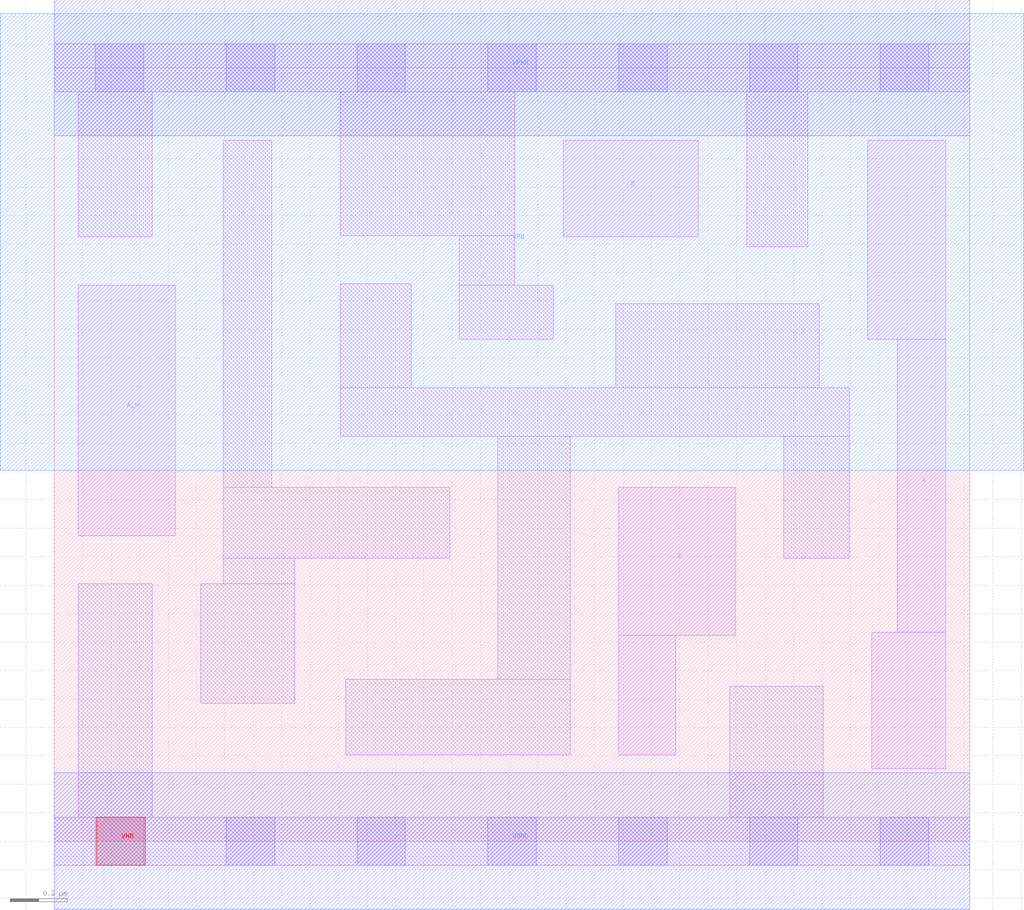
<source format=lef>
# Copyright 2020 The SkyWater PDK Authors
#
# Licensed under the Apache License, Version 2.0 (the "License");
# you may not use this file except in compliance with the License.
# You may obtain a copy of the License at
#
#     https://www.apache.org/licenses/LICENSE-2.0
#
# Unless required by applicable law or agreed to in writing, software
# distributed under the License is distributed on an "AS IS" BASIS,
# WITHOUT WARRANTIES OR CONDITIONS OF ANY KIND, either express or implied.
# See the License for the specific language governing permissions and
# limitations under the License.
#
# SPDX-License-Identifier: Apache-2.0

VERSION 5.7 ;
  NOWIREEXTENSIONATPIN ON ;
  DIVIDERCHAR "/" ;
  BUSBITCHARS "[]" ;
MACRO sky130_fd_sc_hd__and3b_1
  CLASS CORE ;
  FOREIGN sky130_fd_sc_hd__and3b_1 ;
  ORIGIN  0.000000  0.000000 ;
  SIZE  3.220000 BY  2.720000 ;
  SYMMETRY X Y R90 ;
  SITE unithd ;
  PIN A_N
    ANTENNAGATEAREA  0.126000 ;
    DIRECTION INPUT ;
    USE SIGNAL ;
    PORT
      LAYER li1 ;
        RECT 0.085000 1.075000 0.425000 1.955000 ;
    END
  END A_N
  PIN B
    ANTENNAGATEAREA  0.126000 ;
    DIRECTION INPUT ;
    USE SIGNAL ;
    PORT
      LAYER li1 ;
        RECT 1.790000 2.125000 2.265000 2.465000 ;
    END
  END B
  PIN C
    ANTENNAGATEAREA  0.126000 ;
    DIRECTION INPUT ;
    USE SIGNAL ;
    PORT
      LAYER li1 ;
        RECT 1.985000 0.305000 2.185000 0.725000 ;
        RECT 1.985000 0.725000 2.395000 1.245000 ;
    END
  END C
  PIN X
    ANTENNADIFFAREA  0.429000 ;
    DIRECTION OUTPUT ;
    USE SIGNAL ;
    PORT
      LAYER li1 ;
        RECT 2.860000 1.765000 3.135000 2.465000 ;
        RECT 2.875000 0.255000 3.135000 0.735000 ;
        RECT 2.965000 0.735000 3.135000 1.765000 ;
    END
  END X
  PIN VGND
    DIRECTION INOUT ;
    SHAPE ABUTMENT ;
    USE GROUND ;
    PORT
      LAYER met1 ;
        RECT 0.000000 -0.240000 3.220000 0.240000 ;
    END
  END VGND
  PIN VNB
    DIRECTION INOUT ;
    USE GROUND ;
    PORT
      LAYER pwell ;
        RECT 0.150000 -0.085000 0.320000 0.085000 ;
    END
  END VNB
  PIN VPB
    DIRECTION INOUT ;
    USE POWER ;
    PORT
      LAYER nwell ;
        RECT -0.190000 1.305000 3.410000 2.910000 ;
    END
  END VPB
  PIN VPWR
    DIRECTION INOUT ;
    SHAPE ABUTMENT ;
    USE POWER ;
    PORT
      LAYER met1 ;
        RECT 0.000000 2.480000 3.220000 2.960000 ;
    END
  END VPWR
  OBS
    LAYER li1 ;
      RECT 0.000000 -0.085000 3.220000 0.085000 ;
      RECT 0.000000  2.635000 3.220000 2.805000 ;
      RECT 0.085000  0.085000 0.345000 0.905000 ;
      RECT 0.085000  2.125000 0.345000 2.635000 ;
      RECT 0.515000  0.485000 0.845000 0.905000 ;
      RECT 0.595000  0.905000 0.845000 0.995000 ;
      RECT 0.595000  0.995000 1.390000 1.245000 ;
      RECT 0.595000  1.245000 0.765000 2.465000 ;
      RECT 1.005000  1.425000 2.795000 1.595000 ;
      RECT 1.005000  1.595000 1.255000 1.960000 ;
      RECT 1.005000  2.130000 1.620000 2.635000 ;
      RECT 1.025000  0.305000 1.815000 0.570000 ;
      RECT 1.425000  1.765000 1.755000 1.955000 ;
      RECT 1.425000  1.955000 1.620000 2.130000 ;
      RECT 1.560000  0.570000 1.815000 1.425000 ;
      RECT 1.975000  1.595000 2.690000 1.890000 ;
      RECT 2.375000  0.085000 2.705000 0.545000 ;
      RECT 2.435000  2.090000 2.650000 2.635000 ;
      RECT 2.565000  0.995000 2.795000 1.425000 ;
    LAYER mcon ;
      RECT 0.145000 -0.085000 0.315000 0.085000 ;
      RECT 0.145000  2.635000 0.315000 2.805000 ;
      RECT 0.605000 -0.085000 0.775000 0.085000 ;
      RECT 0.605000  2.635000 0.775000 2.805000 ;
      RECT 1.065000 -0.085000 1.235000 0.085000 ;
      RECT 1.065000  2.635000 1.235000 2.805000 ;
      RECT 1.525000 -0.085000 1.695000 0.085000 ;
      RECT 1.525000  2.635000 1.695000 2.805000 ;
      RECT 1.985000 -0.085000 2.155000 0.085000 ;
      RECT 1.985000  2.635000 2.155000 2.805000 ;
      RECT 2.445000 -0.085000 2.615000 0.085000 ;
      RECT 2.445000  2.635000 2.615000 2.805000 ;
      RECT 2.905000 -0.085000 3.075000 0.085000 ;
      RECT 2.905000  2.635000 3.075000 2.805000 ;
  END
END sky130_fd_sc_hd__and3b_1
END LIBRARY

</source>
